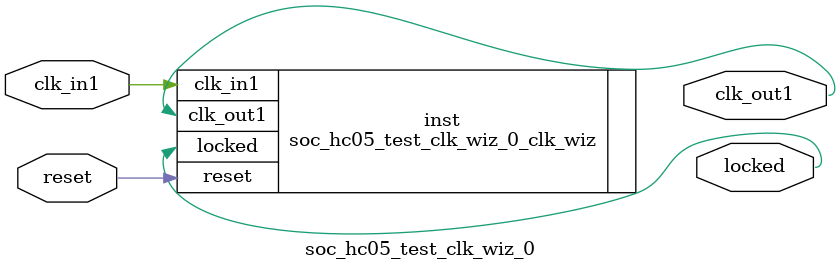
<source format=v>


`timescale 1ps/1ps

(* CORE_GENERATION_INFO = "soc_hc05_test_clk_wiz_0,clk_wiz_v6_0_15_0_0,{component_name=soc_hc05_test_clk_wiz_0,use_phase_alignment=true,use_min_o_jitter=false,use_max_i_jitter=false,use_dyn_phase_shift=false,use_inclk_switchover=false,use_dyn_reconfig=false,enable_axi=0,feedback_source=FDBK_AUTO,PRIMITIVE=MMCM,num_out_clk=1,clkin1_period=10.000,clkin2_period=10.000,use_power_down=false,use_reset=true,use_locked=true,use_inclk_stopped=false,feedback_type=SINGLE,CLOCK_MGR_TYPE=NA,manual_override=false}" *)

module soc_hc05_test_clk_wiz_0 
 (
  // Clock out ports
  output        clk_out1,
  // Status and control signals
  input         reset,
  output        locked,
 // Clock in ports
  input         clk_in1
 );

  soc_hc05_test_clk_wiz_0_clk_wiz inst
  (
  // Clock out ports  
  .clk_out1(clk_out1),
  // Status and control signals               
  .reset(reset), 
  .locked(locked),
 // Clock in ports
  .clk_in1(clk_in1)
  );

endmodule

</source>
